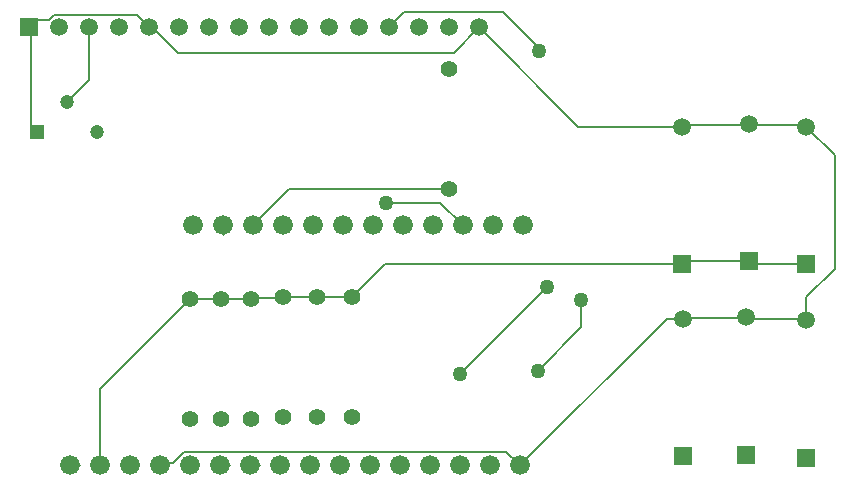
<source format=gtl>
G04*
G04 #@! TF.GenerationSoftware,Altium Limited,Altium Designer,19.1.7 (138)*
G04*
G04 Layer_Physical_Order=1*
G04 Layer_Color=255*
%FSLAX25Y25*%
%MOIN*%
G70*
G01*
G75*
%ADD13C,0.01000*%
%ADD23C,0.00800*%
%ADD24R,0.04724X0.04724*%
%ADD25C,0.04724*%
%ADD26R,0.05906X0.05906*%
%ADD27C,0.05906*%
%ADD28C,0.05512*%
%ADD29R,0.05906X0.05906*%
%ADD30C,0.06600*%
%ADD31C,0.05000*%
D13*
X76000Y82000D02*
Y85000D01*
X25000Y5000D02*
X28000D01*
X25000D02*
X25500D01*
X156000Y83000D02*
Y85000D01*
X135000D02*
X136000D01*
X75000Y5000D02*
X78000D01*
X85000D02*
X88000D01*
X85000D02*
X86000D01*
X145000D02*
Y7500D01*
X135000Y5000D02*
X137000D01*
D23*
X155000Y35500D02*
X184000Y64500D01*
X169500Y156000D02*
X182000Y143500D01*
X136500Y156000D02*
X169500D01*
X181000Y36500D02*
X195500Y51000D01*
Y60000D01*
X131500Y151000D02*
X136500Y156000D01*
X35000Y5000D02*
Y30500D01*
X65000Y60500D01*
X75500D01*
X85500D01*
X85750Y60750D01*
X95750D01*
X96000Y61000D01*
X107500D01*
X119000D01*
X130067Y72067D01*
X229000D01*
X230000Y73067D01*
X251500D01*
X252500Y72067D01*
X270500D01*
X148500Y92500D02*
X156000Y85000D01*
X130500Y92500D02*
X148500D01*
X47347Y155153D02*
X51500Y151000D01*
X19780Y155153D02*
X47347D01*
X18180Y153553D02*
X19780Y155153D01*
X14053Y153553D02*
X18180D01*
X11500Y151000D02*
X14053Y153553D01*
X12038Y117962D02*
X14000Y116000D01*
X12038Y117962D02*
Y150462D01*
X11500Y151000D02*
X12038Y150462D01*
X24000Y126000D02*
X31500Y133500D01*
Y151000D01*
X86000Y85000D02*
X98000Y97000D01*
X151500D01*
X170500Y9500D02*
X175000Y5000D01*
X63136Y9500D02*
X170500D01*
X59500Y5864D02*
X63136Y9500D01*
X55864Y5864D02*
X59500D01*
X55000Y5000D02*
X55864Y5864D01*
X161500Y151000D02*
X194567Y117933D01*
X229000D01*
X229500Y118433D01*
X251000D01*
X251500Y118933D01*
X252000Y118433D01*
X270000D01*
X270500Y117933D01*
X280000Y70500D02*
Y108433D01*
X270500Y117933D02*
X280000Y108433D01*
X270500Y61000D02*
X280000Y70500D01*
X270500Y53433D02*
Y61000D01*
X270000Y53933D02*
X270500Y53433D01*
X251000Y53933D02*
X270000D01*
X250500Y54433D02*
X251000Y53933D01*
X229500D02*
X229750Y54183D01*
X250250D01*
X250500Y54433D01*
X175000Y5000D02*
X223933Y53933D01*
X229500D01*
X52500Y151000D02*
X61000Y142500D01*
X51500Y151000D02*
X52500D01*
X61000Y142500D02*
X153000D01*
X161500Y151000D01*
D24*
X14000Y116000D02*
D03*
D25*
X34000D02*
D03*
X24000Y126000D02*
D03*
D26*
X11500Y151000D02*
D03*
D27*
X21500D02*
D03*
X31500D02*
D03*
X41500D02*
D03*
X51500D02*
D03*
X61500D02*
D03*
X71500D02*
D03*
X81500D02*
D03*
X91500D02*
D03*
X101500D02*
D03*
X111500D02*
D03*
X121500D02*
D03*
X131500D02*
D03*
X141500D02*
D03*
X151500D02*
D03*
X161500D02*
D03*
X229500Y53933D02*
D03*
X250500Y54433D02*
D03*
X270500Y53433D02*
D03*
Y117933D02*
D03*
X251500Y118933D02*
D03*
X229000Y117933D02*
D03*
D28*
X151500Y97000D02*
D03*
Y137000D02*
D03*
X119000Y61000D02*
D03*
Y21000D02*
D03*
X107500Y61000D02*
D03*
Y21000D02*
D03*
X96000Y61000D02*
D03*
Y21000D02*
D03*
X85500Y60500D02*
D03*
Y20500D02*
D03*
X75500Y60500D02*
D03*
Y20500D02*
D03*
X65000Y60500D02*
D03*
Y20500D02*
D03*
D29*
X229500Y8067D02*
D03*
X250500Y8567D02*
D03*
X270500Y7567D02*
D03*
Y72067D02*
D03*
X251500Y73067D02*
D03*
X229000Y72067D02*
D03*
D30*
X66000Y85000D02*
D03*
X76000D02*
D03*
X86000D02*
D03*
X96000D02*
D03*
X106000D02*
D03*
X116000D02*
D03*
X126000D02*
D03*
X136000D02*
D03*
X146000D02*
D03*
X156000D02*
D03*
X166000D02*
D03*
X176000D02*
D03*
X175000Y5000D02*
D03*
X165000D02*
D03*
X155000D02*
D03*
X145000D02*
D03*
X135000D02*
D03*
X125000D02*
D03*
X115000D02*
D03*
X105000D02*
D03*
X95000D02*
D03*
X85000D02*
D03*
X75000D02*
D03*
X65000D02*
D03*
X55000D02*
D03*
X45000D02*
D03*
X35000D02*
D03*
X25000D02*
D03*
D31*
X155000Y35500D02*
D03*
X184000Y64500D02*
D03*
X181500Y143000D02*
D03*
X181000Y36500D02*
D03*
X195500Y60000D02*
D03*
X130500Y92500D02*
D03*
M02*

</source>
